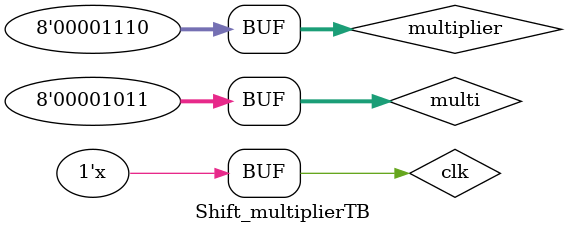
<source format=v>
`timescale 1ns / 1ps

module Shift_multiplierTB();
        reg [7:0]multi;
        reg clk;
        reg [7:0]multiplier;
        wire [15:0]product;
        
        Shift_multipliers uut(.multi(multi),.clk(clk),.multiplier(multiplier),.product(product));
        
        initial
            begin
                clk=0;
                multi=8'b0;
                multiplier=8'b0;
                multi=8'b00001011;
                multiplier=8'b000001110;
            end
            
        always
            #5 clk=~clk;
            
        
endmodule

</source>
